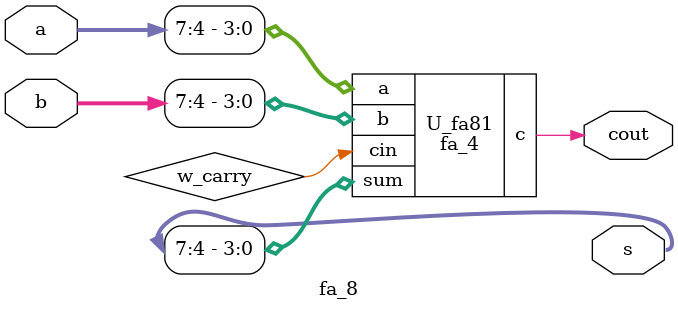
<source format=v>
`timescale 1ns / 1ps


//     );
// endmodule

module half_adder (
    input a, b, // 1bit wire
    output sum, c
);
    // assign sum = a ^ b;
    // assign c = a & b;

    // 게이트 프리미티브 -> 기본 Verilog lib
    xor (sum, a, b); // (output, input 0 , input 1, input 2, ...)
    and (c, a, b);
endmodule

module full_adder (
    input a, b, cin,
    output sum, c
);
    wire w_s, w_c1, w_c2;
    assign c = w_c1 | w_c2;

    half_adder U_ha1(
        .a(a),
        .b(b),
        .sum(w_s),
        .c(w_c1)
    );
    half_adder U_ha2(
        .a(w_s),
        .b(cin),
        .sum(sum),
        .c(w_c2)
    );
endmodule

module fa_4 (
    input [3:0] a, // 4bit vector
    input [3:0] b,
    // input cin,
    output [3:0] s,
    output c
);

    wire [3:0] w_c;
    

    full_adder U_fa0(
        .a(a[0]),
        .b(b[0]),
        .cin(1'b0),
        .sum(s[0]),
        .c(w_c[0])
    );
    full_adder U_fa1(
        .a(a[1]),
        .b(b[1]),
        .cin(w_c[0]),
        .sum(s[1]),
        .c(w_c[1])
    );
    full_adder U_fa2(
        .a(a[2]),
        .b(b[2]),
        .cin(w_c[1]),
        .sum(s[2]),
        .c(w_c[2])
    );
    full_adder U_fa3(
        .a(a[3]),
        .b(b[3]),
        .cin(w_c[2]),
        .sum(s[3]),
        .c(c)
    );
endmodule

// module calculator (
//     input [3:0] a, b,
//     input [1:0] btn,
//     output [7:0] seg,
//     output [3:0] seg_comm,
//     output c_led
// );
//     wire [3:0] w_sum;
//     fnd_controller U_fnd_ctrl(
//         .bcd(w_sum),
//         .seg_sel(btn),
//         .seg(seg),
//         .seg_comm(seg_comm)
//     );
//     fa_4 U_fa4(
//         .a(a),
//         .b(b),
//         .s(w_sum),
//         .c(c_led)
//     );
    
// endmodule

module fa_8 (
    input [7:0] a, b,
    output [7:0] s,
    output cout
);
    wire w_carry;
    fa_4 U_fa80(
        .a(a[3:0]),
        .b(b[3:0]),
        .cin(1'b0),
        .sum(s[3:0]),
        .c(w_carry)
    );
    fa_4 U_fa81(
        .a(a[7:4]),
        .b(b[7:4]),
        .cin(w_carry),
        .sum(s[7:4]),
        .c(cout)
    );
    
endmodule
</source>
